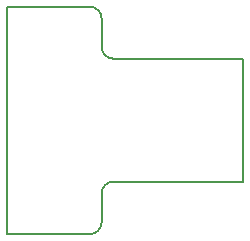
<source format=gbr>
%TF.GenerationSoftware,KiCad,Pcbnew,7.0.10-7.0.10~ubuntu22.04.1*%
%TF.CreationDate,2024-09-08T17:31:15-07:00*%
%TF.ProjectId,xl_maxsonar_adapter,786c5f6d-6178-4736-9f6e-61725f616461,rev?*%
%TF.SameCoordinates,Original*%
%TF.FileFunction,Profile,NP*%
%FSLAX46Y46*%
G04 Gerber Fmt 4.6, Leading zero omitted, Abs format (unit mm)*
G04 Created by KiCad (PCBNEW 7.0.10-7.0.10~ubuntu22.04.1) date 2024-09-08 17:31:15*
%MOMM*%
%LPD*%
G01*
G04 APERTURE LIST*
%TA.AperFunction,Profile*%
%ADD10C,0.200000*%
%TD*%
G04 APERTURE END LIST*
D10*
X59000000Y-54400000D02*
X70000000Y-54400000D01*
X57000000Y-69250000D02*
X50000000Y-69250000D01*
X58000000Y-51000000D02*
X58000000Y-53400000D01*
X70000000Y-64800000D02*
X59000000Y-64800000D01*
X50000000Y-50000000D02*
X57000000Y-50000000D01*
X70000000Y-54400000D02*
X70000000Y-64800000D01*
X59000000Y-64800000D02*
G75*
G03*
X58000000Y-65800000I0J-1000000D01*
G01*
X50000000Y-50000000D02*
X50000000Y-69250000D01*
X57000000Y-69250000D02*
G75*
G03*
X58000000Y-68250000I0J1000000D01*
G01*
X58000000Y-51000000D02*
G75*
G03*
X57000000Y-50000000I-1000000J0D01*
G01*
X58000000Y-53400000D02*
G75*
G03*
X59000000Y-54400000I1000000J0D01*
G01*
X58000000Y-65800000D02*
X58000000Y-68250000D01*
M02*

</source>
